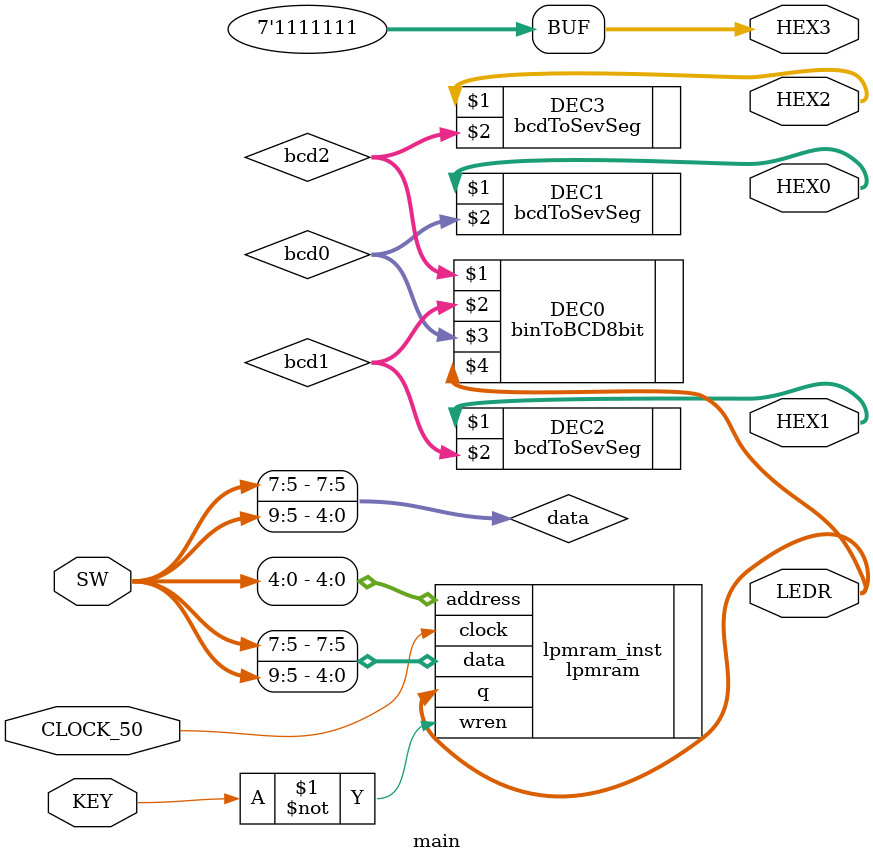
<source format=v>
module main(HEX3, HEX2, HEX1, HEX0, LEDR, KEY, SW, CLOCK_50);
	output [6:0] HEX3, HEX2, HEX1, HEX0;
	output [7:0] LEDR;
	input  [3:3] KEY;
	input  [9:0] SW;
	input  CLOCK_50;
	
	wire  [7:0] data;
	wire  [3:0] bcd2, bcd1, bcd0;
	
	assign data = {SW[7:5], SW[9:5]};
	assign HEX3 = 7'h7F;
	
	lpmram	lpmram_inst (
		.address ( SW[4:0] ),
		.clock ( CLOCK_50 ),
		.data ( data ),
		.wren ( ~KEY ),
		.q ( LEDR )
	);

	binToBCD8bit DEC0(bcd2, bcd1, bcd0, LEDR);
	bcdToSevSeg  DEC1(HEX0, bcd0);
	bcdToSevSeg  DEC2(HEX1, bcd1);
	bcdToSevSeg  DEC3(HEX2, bcd2);
endmodule

</source>
